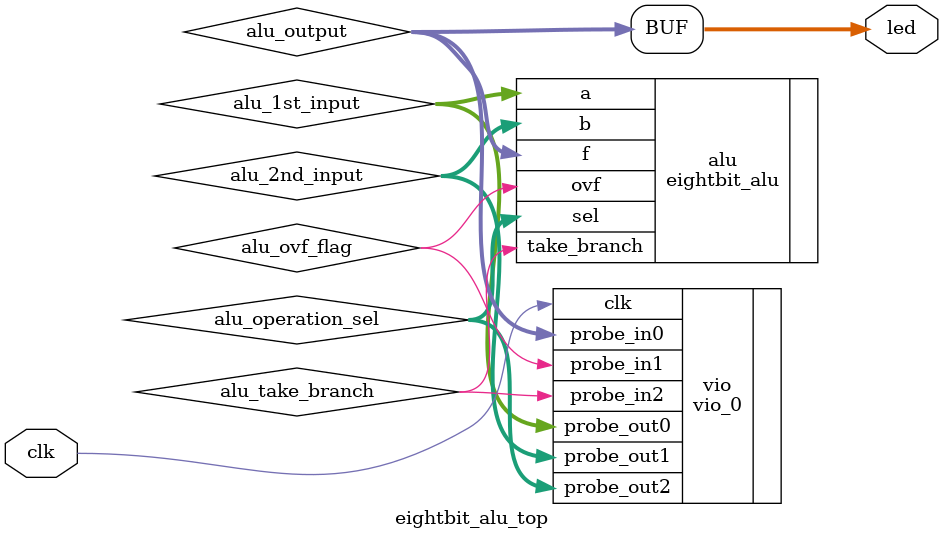
<source format=v>
`timescale 1ns / 1ps


module eightbit_alu_top(
        input clk,
		output wire [7:0] led
    );
    
    wire [7:0] alu_1st_input, alu_2nd_input;
    wire [7:0] alu_output;
    wire [2:0] alu_operation_sel;
    wire       alu_ovf_flag, alu_take_branch;

    assign led = alu_output;
	
	//Instantiate the eightbit_alu module here	
    eightbit_alu alu(
        .sel(alu_operation_sel),
        .a(alu_1st_input),
        .b(alu_2nd_input),
        .f(alu_output),
        .ovf(alu_ovf_flag),
        .take_branch(alu_take_branch)
        );

    //Instantiate the VIO core here
    //Find the instantiate template from Sources Pane, IP sources -> Instantiation Template -> vio_0.veo (double click to open the file)
    vio_0 vio (
          .clk(clk),                // input wire clk
          .probe_in0(alu_output),    // input wire [7 : 0] probe_in0
          .probe_in1(alu_ovf_flag),    // input wire [0 : 0] probe_in1
          .probe_in2(alu_take_branch),    // input wire [0 : 0] probe_in2
          .probe_out0(alu_1st_input),  // output wire [7 : 0] probe_out0
          .probe_out1(alu_2nd_input),  // output wire [7 : 0] probe_out1
          .probe_out2(alu_operation_sel)  // output wire [2 : 0] probe_out2
        );
endmodule

</source>
